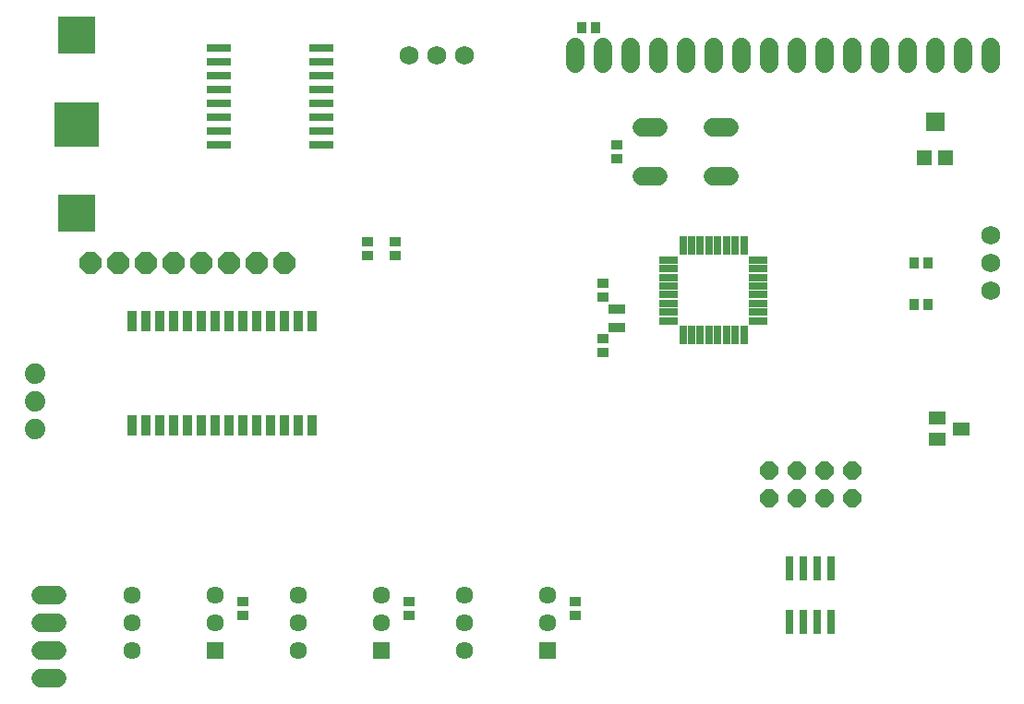
<source format=gbr>
G04 EAGLE Gerber X2 export*
%TF.Part,Single*%
%TF.FileFunction,Soldermask,Top,1*%
%TF.FilePolarity,Negative*%
%TF.GenerationSoftware,Autodesk,EAGLE,9.0.0*%
%TF.CreationDate,2019-07-04T23:27:38Z*%
G75*
%MOMM*%
%FSLAX34Y34*%
%LPD*%
%AMOC8*
5,1,8,0,0,1.08239X$1,22.5*%
G01*
%ADD10P,2.144431X8X292.500000*%
%ADD11R,1.103200X0.903200*%
%ADD12R,1.603200X1.203200*%
%ADD13C,1.727200*%
%ADD14C,1.727200*%
%ADD15R,1.603200X0.903200*%
%ADD16R,0.903200X1.103200*%
%ADD17P,1.759533X8X22.500000*%
%ADD18R,1.703200X1.803200*%
%ADD19R,1.403200X1.403200*%
%ADD20R,4.103200X4.103200*%
%ADD21R,3.403200X3.403200*%
%ADD22R,1.676400X0.711200*%
%ADD23R,0.711200X1.676400*%
%ADD24R,2.184400X0.736600*%
%ADD25R,0.762000X2.184400*%
%ADD26R,0.853200X1.903200*%
%ADD27R,1.611200X1.611200*%
%ADD28C,1.611200*%
%ADD29C,1.879600*%


D10*
X279400Y558800D03*
X254000Y558800D03*
X228600Y558800D03*
X203200Y558800D03*
X177800Y558800D03*
X152400Y558800D03*
X127000Y558800D03*
X101600Y558800D03*
D11*
X571500Y526900D03*
X571500Y539900D03*
X571500Y489100D03*
X571500Y476100D03*
D12*
X900000Y406400D03*
X878000Y396900D03*
X878000Y415900D03*
D13*
X927100Y584200D03*
X927100Y558800D03*
X927100Y533400D03*
D14*
X927100Y741680D02*
X927100Y756920D01*
X901700Y756920D02*
X901700Y741680D01*
X876300Y741680D02*
X876300Y756920D01*
X850900Y756920D02*
X850900Y741680D01*
X825500Y741680D02*
X825500Y756920D01*
X800100Y756920D02*
X800100Y741680D01*
X774700Y741680D02*
X774700Y756920D01*
X749300Y756920D02*
X749300Y741680D01*
X723900Y741680D02*
X723900Y756920D01*
X698500Y756920D02*
X698500Y741680D01*
X673100Y741680D02*
X673100Y756920D01*
X647700Y756920D02*
X647700Y741680D01*
X622300Y741680D02*
X622300Y756920D01*
X596900Y756920D02*
X596900Y741680D01*
X571500Y741680D02*
X571500Y756920D01*
X546100Y756920D02*
X546100Y741680D01*
D15*
X584200Y499500D03*
X584200Y516500D03*
D11*
X584200Y653900D03*
X584200Y666900D03*
X381000Y578000D03*
X381000Y565000D03*
X355600Y578000D03*
X355600Y565000D03*
D16*
X565300Y774700D03*
X552300Y774700D03*
X857100Y558800D03*
X870100Y558800D03*
X857100Y520700D03*
X870100Y520700D03*
D17*
X723900Y342900D03*
X723900Y368300D03*
X749300Y342900D03*
X749300Y368300D03*
X774700Y342900D03*
X774700Y368300D03*
X800100Y368300D03*
X800100Y342900D03*
D14*
X622808Y683006D02*
X607568Y683006D01*
X607568Y637794D02*
X622808Y637794D01*
X672592Y683006D02*
X687832Y683006D01*
X687832Y637794D02*
X672592Y637794D01*
D18*
X876300Y688100D03*
D19*
X866300Y654850D03*
X886300Y654850D03*
D20*
X88900Y685800D03*
D21*
X88900Y603800D03*
X88900Y767800D03*
D22*
X631952Y561340D03*
X631952Y553466D03*
X631952Y545338D03*
X631952Y537464D03*
X631952Y529336D03*
X631952Y521462D03*
X631952Y513334D03*
X631952Y505460D03*
D23*
X645160Y492252D03*
X653034Y492252D03*
X661162Y492252D03*
X669036Y492252D03*
X677164Y492252D03*
X685038Y492252D03*
X693166Y492252D03*
X701040Y492252D03*
D22*
X714248Y505460D03*
X714248Y513334D03*
X714248Y521462D03*
X714248Y529336D03*
X714248Y537464D03*
X714248Y545338D03*
X714248Y553466D03*
X714248Y561340D03*
D23*
X701040Y574548D03*
X693166Y574548D03*
X685038Y574548D03*
X677164Y574548D03*
X669036Y574548D03*
X661162Y574548D03*
X653034Y574548D03*
X645160Y574548D03*
D24*
X219710Y755650D03*
X219710Y742950D03*
X219710Y730250D03*
X219710Y717550D03*
X219710Y704850D03*
X219710Y692150D03*
X219710Y679450D03*
X219710Y666750D03*
X313690Y666750D03*
X313690Y679450D03*
X313690Y692150D03*
X313690Y704850D03*
X313690Y717550D03*
X313690Y730250D03*
X313690Y742950D03*
X313690Y755650D03*
D25*
X742950Y229362D03*
X755650Y229362D03*
X768350Y229362D03*
X781050Y229362D03*
X781050Y278638D03*
X768350Y278638D03*
X755650Y278638D03*
X742950Y278638D03*
D13*
X393700Y749300D03*
X419100Y749300D03*
X444500Y749300D03*
D26*
X139700Y409400D03*
X152400Y409400D03*
X165100Y409400D03*
X177800Y409400D03*
X190500Y409400D03*
X203200Y409400D03*
X215900Y409400D03*
X228600Y409400D03*
X241300Y409400D03*
X254000Y409400D03*
X241300Y505000D03*
X254000Y505000D03*
X266700Y505000D03*
X279400Y505000D03*
X292100Y505000D03*
X304800Y505000D03*
X304800Y409400D03*
X292100Y409400D03*
X279400Y409400D03*
X266700Y409400D03*
X228600Y505000D03*
X215900Y505000D03*
X203200Y505000D03*
X190500Y505000D03*
X177800Y505000D03*
X165100Y505000D03*
X152400Y505000D03*
X139700Y505000D03*
D27*
X215900Y203200D03*
D28*
X215900Y228600D03*
X215900Y254000D03*
X139700Y254000D03*
X139700Y228600D03*
X139700Y203200D03*
D27*
X520700Y203200D03*
D28*
X520700Y228600D03*
X520700Y254000D03*
X444500Y254000D03*
X444500Y228600D03*
X444500Y203200D03*
D11*
X241300Y247800D03*
X241300Y234800D03*
X546100Y247800D03*
X546100Y234800D03*
D27*
X368300Y203200D03*
D28*
X368300Y228600D03*
X368300Y254000D03*
X292100Y254000D03*
X292100Y228600D03*
X292100Y203200D03*
D11*
X393700Y247800D03*
X393700Y234800D03*
D14*
X71120Y177800D02*
X55880Y177800D01*
X55880Y203200D02*
X71120Y203200D01*
X71120Y228600D02*
X55880Y228600D01*
X55880Y254000D02*
X71120Y254000D01*
D29*
X50800Y406400D03*
X50800Y431800D03*
X50800Y457200D03*
M02*

</source>
